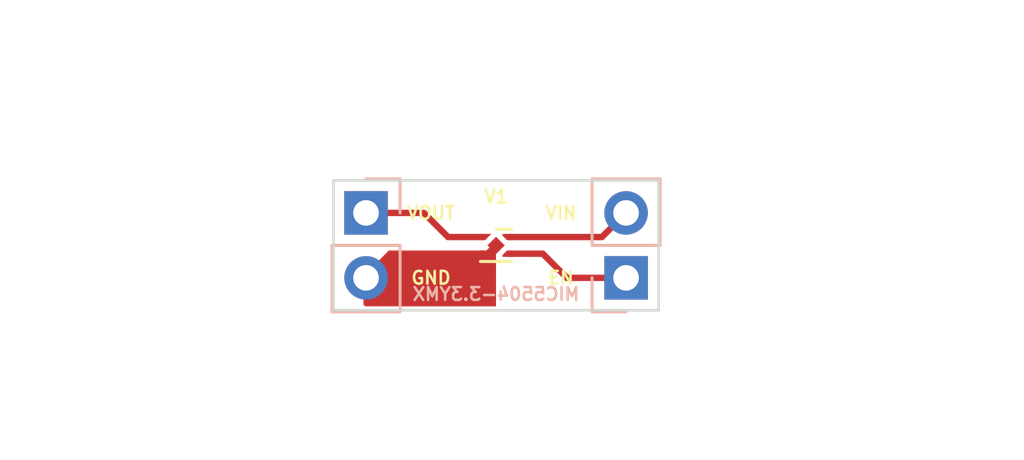
<source format=kicad_pcb>
(kicad_pcb (version 20211014) (generator pcbnew)
  (layers (0 "F.Cu" signal) (31 "B.Cu" signal) (34 "B.Paste" user) (35 "F.Paste" user) (36 "B.SilkS" user "B.Silkscreen") (37 "F.SilkS" user "F.Silkscreen") (38 "B.Mask" user) (39 "F.Mask" user) (44 "Edge.Cuts" user))
  (net 0 "")
  (net 1 "VOUT")
  (net 2 "GND")
  (net 3 "EN")
  (net 4 "VIN")
  (footprint "Package_DFN_QFN:UDFN-4-1EP_1x1mm_P0.65mm_EP0.48x0.48mm" (layer "F.Cu") (at 101.6 72.39)
    (fp_text reference "U1" hide)
    (fp_text value "MIC5504-3.3YMX" (at 0 1.905) (layer "B.SilkS") (effects (font (size 0.5 0.5) (thickness 0.1)) (justify mirror)))
    (fp_line (start 0.61 0.63) (end -0.61 0.63) (layer "F.SilkS") (width 0.12))
    (fp_line (start 0.61 -0.63) (end 0 -0.63) (layer "F.SilkS") (width 0.12))
    (pad "1" smd custom (at -0.54 -0.325) (size 0.22 0.25) (layers "F.Cu" "F.Paste" "F.Mask") (net 1 "VOUT") (options (clearance outline) (anchor rect)) (primitives (gr_poly (pts (xy 0.11 0.125) (xy 0.11 -0.125) (xy 0.36 -0.125)) (width 0) (fill yes))))
    (pad "2" smd custom (at -0.54 0.325) (size 0.22 0.25) (layers "F.Cu" "F.Paste" "F.Mask") (net 2 "GND") (options (clearance outline) (anchor rect)) (primitives (gr_poly (pts (xy 0.29 0.055) (xy 0.29 0.125) (xy 0.11 0.125) (xy 0.11 -0.125)) (width 0) (fill yes))))
    (pad "3" smd custom (at 0.54 0.325) (size 0.22 0.25) (layers "F.Cu" "F.Paste" "F.Mask") (net 3 "EN") (options (clearance outline) (anchor rect)) (primitives (gr_poly (pts (xy -0.11 0.125) (xy -0.29 0.125) (xy -0.29 0.055) (xy -0.11 -0.125)) (width 0) (fill yes))))
    (pad "4" smd custom (at 0.54 -0.325) (size 0.22 0.25) (layers "F.Cu" "F.Paste" "F.Mask") (net 4 "VIN") (options (clearance outline) (anchor rect)) (primitives (gr_poly (pts (xy -0.11 0.125) (xy -0.29 -0.055) (xy -0.29 -0.125) (xy -0.11 -0.125)) (width 0) (fill yes))))
    (pad "5" smd rect (at 0 0 45) (size 0.48 0.48) (layers "F.Cu" "F.Paste" "F.Mask") (net 2 "GND"))
  )
  (footprint "Connector_PinHeader_2.54mm:PinHeader_1x02_P2.54mm_Vertical" (layer "B.Cu") (at 96.52 71.12 180)
    (fp_text reference "J1" hide)
    (fp_text value "Conn_01x02_Male" hide)
    (fp_line (start -1.33 -1.27) (end -1.33 -3.87) (layer "B.SilkS") (width 0.12))
    (fp_line (start -1.33 0) (end -1.33 1.33) (layer "B.SilkS") (width 0.12))
    (fp_line (start -1.33 1.33) (end 0 1.33) (layer "B.SilkS") (width 0.12))
    (fp_line (start -1.33 -1.27) (end 1.33 -1.27) (layer "B.SilkS") (width 0.12))
    (fp_line (start 1.33 -1.27) (end 1.33 -3.87) (layer "B.SilkS") (width 0.12))
    (fp_line (start -1.33 -3.87) (end 1.33 -3.87) (layer "B.SilkS") (width 0.12))
    (pad "1" thru_hole rect (at 0 0 180) (size 1.7 1.7) (drill 1) (layers *.Cu *.Mask) (net 1 "VOUT"))
    (pad "2" thru_hole oval (at 0 -2.54 180) (size 1.7 1.7) (drill 1) (layers *.Cu *.Mask) (net 2 "GND"))
  )
  (footprint "Connector_PinHeader_2.54mm:PinHeader_1x02_P2.54mm_Vertical" (layer "B.Cu") (at 106.68 73.66)
    (fp_text reference "J2" hide)
    (fp_text value "Conn_01x02_Male" hide)
    (fp_line (start 1.33 -1.27) (end 1.33 -3.87) (layer "B.SilkS") (width 0.12))
    (fp_line (start -1.33 -3.87) (end 1.33 -3.87) (layer "B.SilkS") (width 0.12))
    (fp_line (start -1.33 -1.27) (end -1.33 -3.87) (layer "B.SilkS") (width 0.12))
    (fp_line (start -1.33 0) (end -1.33 1.33) (layer "B.SilkS") (width 0.12))
    (fp_line (start -1.33 -1.27) (end 1.33 -1.27) (layer "B.SilkS") (width 0.12))
    (fp_line (start -1.33 1.33) (end 0 1.33) (layer "B.SilkS") (width 0.12))
    (pad "1" thru_hole rect (at 0 0) (size 1.7 1.7) (drill 1) (layers *.Cu *.Mask) (net 3 "EN"))
    (pad "2" thru_hole oval (at 0 -2.54) (size 1.7 1.7) (drill 1) (layers *.Cu *.Mask) (net 4 "VIN"))
  )
  (gr_poly (pts (xy 101.4984 74.676) (xy 96.52 74.676) (xy 96.52 73.787) (xy 97.536 72.771) (xy 101.219 72.771) (xy 101.4984 72.4916)) (layer "F.Cu") (width 0.2) (fill solid))
  (gr_line (start 95.25 69.85) (end 95.25 74.93) (layer "Edge.Cuts") (width 0.1))
  (gr_line (start 107.95 74.93) (end 107.95 69.85) (layer "Edge.Cuts") (width 0.1))
  (gr_line (start 95.25 74.93) (end 107.95 74.93) (layer "Edge.Cuts") (width 0.1))
  (gr_line (start 107.95 69.85) (end 95.25 69.85) (layer "Edge.Cuts") (width 0.1))
  (gr_text "V1" (at 101.6 70.485) (layer "F.SilkS") (effects (font (size 0.5 0.5) (thickness 0.1))))
  (gr_text "GND" (at 99.06 73.66) (layer "F.SilkS") (effects (font (size 0.5 0.5) (thickness 0.1))))
  (gr_text "VIN" (at 104.14 71.12) (layer "F.SilkS") (effects (font (size 0.5 0.5) (thickness 0.1))))
  (gr_text "VOUT" (at 99.06 71.12) (layer "F.SilkS") (effects (font (size 0.5 0.5) (thickness 0.1))))
  (gr_text "EN" (at 104.14 73.66) (layer "F.SilkS") (effects (font (size 0.5 0.5) (thickness 0.1))))
  (segment (start 98.7806 71.12) (end 96.52 71.12) (width 0.25) (layer "F.Cu") (net 1))
  (segment (start 99.7256 72.065) (end 98.7806 71.12) (width 0.25) (layer "F.Cu") (net 1))
  (segment (start 101.06 72.065) (end 99.7256 72.065) (width 0.25) (layer "F.Cu") (net 1))
  (segment (start 101.06 72.715) (end 97.465 72.715) (width 0.25) (layer "F.Cu") (net 2))
  (segment (start 97.465 72.715) (end 96.52 73.66) (width 0.25) (layer "F.Cu") (net 2))
  (segment (start 101.6 72.39) (end 101.275 72.715) (width 0.25) (layer "F.Cu") (net 2))
  (segment (start 101.275 72.715) (end 101.06 72.715) (width 0.25) (layer "F.Cu") (net 2))
  (segment (start 103.4236 72.715) (end 104.3686 73.66) (width 0.25) (layer "F.Cu") (net 3))
  (segment (start 104.3686 73.66) (end 106.68 73.66) (width 0.25) (layer "F.Cu") (net 3))
  (segment (start 102.14 72.715) (end 103.4236 72.715) (width 0.25) (layer "F.Cu") (net 3))
  (segment (start 102.14 72.065) (end 105.735 72.065) (width 0.25) (layer "F.Cu") (net 4))
  (segment (start 105.735 72.065) (end 106.68 71.12) (width 0.25) (layer "F.Cu") (net 4))
)
</source>
